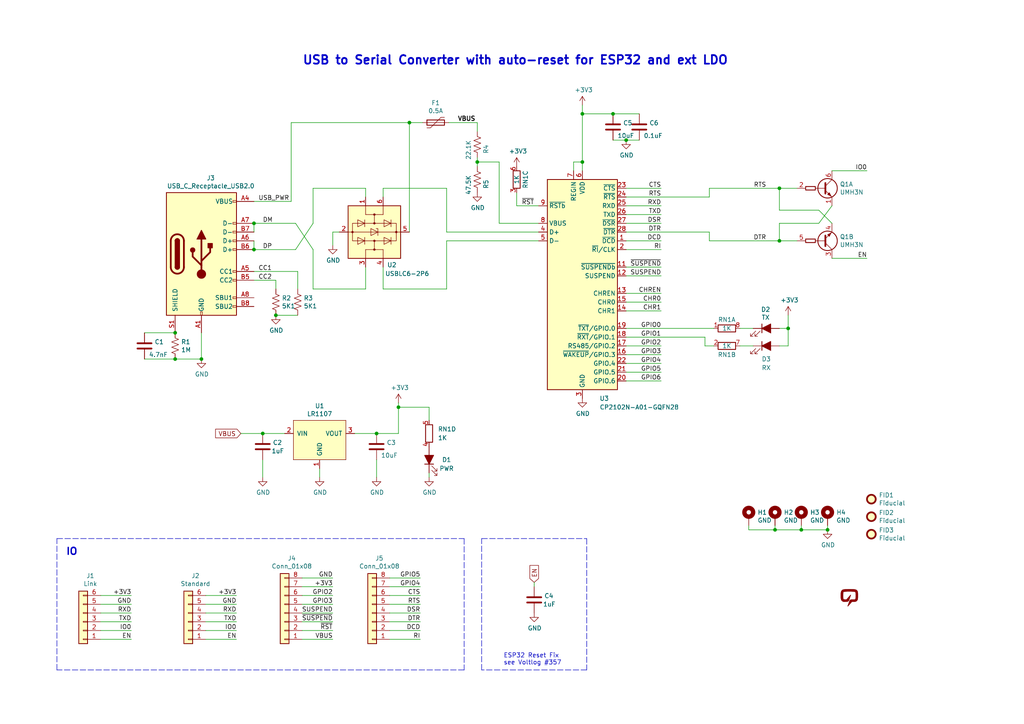
<source format=kicad_sch>
(kicad_sch (version 20211123) (generator eeschema)
  (paper "A4")
  (title_block (title "VoltLink") (date "2022-04-24") (rev "E") (company "VOLTLOG") (comment 1 "USB to Serial Converter with auto-reset for ESP32") (comment 2 "GPL-3.0 License") (comment 3 "As shown in Voltlog #405"))
  (lib_symbols
    (symbol "Connector_Generic:Conn_01x06" (pin_names (offset 1.016) hide)
      (property "Reference" "J" (at 0 7.62 0))
      (property "Value" "Conn_01x06" (at 0 -10.16 0))
      (symbol "Conn_01x06_1_1"
        (rectangle (start -1.27 -7.493) (end 0 -7.747) (stroke (width 0.1524)))
        (rectangle (start -1.27 -4.953) (end 0 -5.207) (stroke (width 0.1524)))
        (rectangle (start -1.27 -2.413) (end 0 -2.667) (stroke (width 0.1524)))
        (rectangle (start -1.27 0.127) (end 0 -0.127) (stroke (width 0.1524)))
        (rectangle (start -1.27 2.667) (end 0 2.413) (stroke (width 0.1524)))
        (rectangle (start -1.27 5.207) (end 0 4.953) (stroke (width 0.1524)))
        (rectangle (start -1.27 6.35) (end 1.27 -8.89) (stroke (width 0.254)) (fill (type background)))
        (pin passive line (at -5.08 5.08 0) (length 3.81) (name "Pin_1") (number "1"))
        (pin passive line (at -5.08 2.54 0) (length 3.81) (name "Pin_2") (number "2"))
        (pin passive line (at -5.08 0 0) (length 3.81) (name "Pin_3") (number "3"))
        (pin passive line (at -5.08 -2.54 0) (length 3.81) (name "Pin_4") (number "4"))
        (pin passive line (at -5.08 -5.08 0) (length 3.81) (name "Pin_5") (number "5"))
        (pin passive line (at -5.08 -7.62 0) (length 3.81) (name "Pin_6") (number "6"))
      )
    )
    (symbol "Connector_Generic:Conn_01x08" (pin_names (offset 1.016) hide)
      (property "Reference" "J" (at 0 10.16 0))
      (property "Value" "Conn_01x08" (at 0 -12.7 0))
      (symbol "Conn_01x08_1_1"
        (rectangle (start -1.27 -10.033) (end 0 -10.287) (stroke (width 0.1524)))
        (rectangle (start -1.27 -7.493) (end 0 -7.747) (stroke (width 0.1524)))
        (rectangle (start -1.27 -4.953) (end 0 -5.207) (stroke (width 0.1524)))
        (rectangle (start -1.27 -2.413) (end 0 -2.667) (stroke (width 0.1524)))
        (rectangle (start -1.27 0.127) (end 0 -0.127) (stroke (width 0.1524)))
        (rectangle (start -1.27 2.667) (end 0 2.413) (stroke (width 0.1524)))
        (rectangle (start -1.27 5.207) (end 0 4.953) (stroke (width 0.1524)))
        (rectangle (start -1.27 7.747) (end 0 7.493) (stroke (width 0.1524)))
        (rectangle (start -1.27 8.89) (end 1.27 -11.43) (stroke (width 0.254)) (fill (type background)))
        (pin passive line (at -5.08 7.62 0) (length 3.81) (name "Pin_1") (number "1"))
        (pin passive line (at -5.08 5.08 0) (length 3.81) (name "Pin_2") (number "2"))
        (pin passive line (at -5.08 2.54 0) (length 3.81) (name "Pin_3") (number "3"))
        (pin passive line (at -5.08 0 0) (length 3.81) (name "Pin_4") (number "4"))
        (pin passive line (at -5.08 -2.54 0) (length 3.81) (name "Pin_5") (number "5"))
        (pin passive line (at -5.08 -5.08 0) (length 3.81) (name "Pin_6") (number "6"))
        (pin passive line (at -5.08 -7.62 0) (length 3.81) (name "Pin_7") (number "7"))
        (pin passive line (at -5.08 -10.16 0) (length 3.81) (name "Pin_8") (number "8"))
      )
    )
    (symbol "Device:C" (pin_numbers hide) (pin_names (offset 0.254))
      (property "Reference" "C" (at 0.635 2.54 0))
      (property "Value" "C" (at 0.635 -2.54 0))
      (symbol "C_0_1"
        (polyline (pts (xy -2.032 -0.762) (xy 2.032 -0.762)) (stroke (width 0.508)))
        (polyline (pts (xy -2.032 0.762) (xy 2.032 0.762)) (stroke (width 0.508)))
      )
      (symbol "C_1_1"
        (pin passive line (at 0 3.81 270) (length 2.794) (name "~") (number "1"))
        (pin passive line (at 0 -3.81 90) (length 2.794) (name "~") (number "2"))
      )
    )
    (symbol "Device:LED_ALT" (pin_numbers hide) (pin_names (offset 1.016) hide)
      (property "Reference" "D" (at 0 2.54 0))
      (property "Value" "Device_LED_ALT" (at 0 -2.54 0))
      (symbol "LED_ALT_0_1"
        (polyline (pts (xy -1.27 -1.27) (xy -1.27 1.27)) (stroke (width 0.254)))
        (polyline (pts (xy -1.27 0) (xy 1.27 0)))
        (polyline (pts (xy 1.27 -1.27) (xy 1.27 1.27) (xy -1.27 0) (xy 1.27 -1.27)) (stroke (width 0.254)) (fill (type outline)))
        (polyline (pts (xy -3.048 -0.762) (xy -4.572 -2.286) (xy -3.81 -2.286) (xy -4.572 -2.286) (xy -4.572 -1.524)))
        (polyline (pts (xy -1.778 -0.762) (xy -3.302 -2.286) (xy -2.54 -2.286) (xy -3.302 -2.286) (xy -3.302 -1.524)))
      )
      (symbol "LED_ALT_1_1"
        (pin passive line (at -3.81 0 0) (length 2.54) (name "K") (number "1"))
        (pin passive line (at 3.81 0 180) (length 2.54) (name "A") (number "2"))
      )
    )
    (symbol "Device:Polyfuse" (pin_numbers hide) (pin_names (offset 0))
      (property "Reference" "F" (at -2.54 0 90))
      (property "Value" "Polyfuse" (at 2.54 0 90))
      (symbol "Polyfuse_0_1"
        (rectangle (start -0.762 2.54) (end 0.762 -2.54) (stroke (width 0.254)))
        (polyline (pts (xy 0 2.54) (xy 0 -2.54)))
        (polyline (pts (xy -1.524 2.54) (xy -1.524 1.524) (xy 1.524 -1.524) (xy 1.524 -2.54)))
      )
      (symbol "Polyfuse_1_1"
        (pin passive line (at 0 3.81 270) (length 1.27) (name "~") (number "1"))
        (pin passive line (at 0 -3.81 90) (length 1.27) (name "~") (number "2"))
      )
    )
    (symbol "Device:R_Pack04_Split" (pin_names (offset 0) hide)
      (property "Reference" "RN" (at 2.032 0 90))
      (property "Value" "R_Pack04_Split" (at 0 0 90))
      (symbol "R_Pack04_Split_0_1"
        (rectangle (start 1.016 2.54) (end -1.016 -2.54) (stroke (width 0.254)))
      )
      (symbol "R_Pack04_Split_1_1"
        (pin passive line (at 0 -3.81 90) (length 1.27) (name "R1.1") (number "1"))
        (pin passive line (at 0 3.81 270) (length 1.27) (name "R1.2") (number "8"))
      )
      (symbol "R_Pack04_Split_2_1"
        (pin passive line (at 0 -3.81 90) (length 1.27) (name "R2.1") (number "2"))
        (pin passive line (at 0 3.81 270) (length 1.27) (name "R2.2") (number "7"))
      )
      (symbol "R_Pack04_Split_3_1"
        (pin passive line (at 0 -3.81 90) (length 1.27) (name "R3.1") (number "3"))
        (pin passive line (at 0 3.81 270) (length 1.27) (name "R3.2") (number "6"))
      )
      (symbol "R_Pack04_Split_4_1"
        (pin passive line (at 0 -3.81 90) (length 1.27) (name "R4.1") (number "4"))
        (pin passive line (at 0 3.81 270) (length 1.27) (name "R4.2") (number "5"))
      )
    )
    (symbol "Device:R_US" (pin_numbers hide) (pin_names (offset 0))
      (property "Reference" "R" (at 2.54 0 90))
      (property "Value" "R_US" (at -2.54 0 90))
      (symbol "R_US_0_1"
        (polyline (pts (xy 0 -2.286) (xy 0 -2.54)))
        (polyline (pts (xy 0 2.286) (xy 0 2.54)))
        (polyline (pts (xy 0 -0.762) (xy 1.016 -1.143) (xy 0 -1.524) (xy -1.016 -1.905) (xy 0 -2.286)))
        (polyline (pts (xy 0 0.762) (xy 1.016 0.381) (xy 0 0) (xy -1.016 -0.381) (xy 0 -0.762)))
        (polyline (pts (xy 0 2.286) (xy 1.016 1.905) (xy 0 1.524) (xy -1.016 1.143) (xy 0 0.762)))
      )
      (symbol "R_US_1_1"
        (pin passive line (at 0 3.81 270) (length 1.27) (name "~") (number "1"))
        (pin passive line (at 0 -3.81 90) (length 1.27) (name "~") (number "2"))
      )
    )
    (symbol "Interface_USB:CP2102N-A01-GQFN28"
      (property "Reference" "U" (at -7.62 31.75 0))
      (property "Value" "Interface_USB_CP2102N-A01-GQFN28" (at 26.67 31.75 0))
      (symbol "CP2102N-A01-GQFN28_0_1"
        (rectangle (start -10.16 30.48) (end 10.16 -30.48) (stroke (width 0.254)) (fill (type background)))
      )
      (symbol "CP2102N-A01-GQFN28_1_1"
        (pin input line (at 12.7 12.7 180) (length 2.54) (name "~{DCD}") (number "1"))
        (pin no_connect line (at -10.16 -10.16 0) (length 2.54) hide (name "NC") (number "10"))
        (pin output line (at 12.7 5.08 180) (length 2.54) (name "~{SUSPENDb}") (number "11"))
        (pin output line (at 12.7 2.54 180) (length 2.54) (name "SUSPEND") (number "12"))
        (pin output line (at 12.7 -2.54 180) (length 2.54) (name "CHREN") (number "13"))
        (pin output line (at 12.7 -7.62 180) (length 2.54) (name "CHR1") (number "14"))
        (pin output line (at 12.7 -5.08 180) (length 2.54) (name "CHR0") (number "15"))
        (pin bidirectional line (at 12.7 -20.32 180) (length 2.54) (name "~{WAKEUP}/GPIO.3") (number "16"))
        (pin bidirectional line (at 12.7 -17.78 180) (length 2.54) (name "RS485/GPIO.2") (number "17"))
        (pin bidirectional line (at 12.7 -15.24 180) (length 2.54) (name "~{RXT}/GPIO.1") (number "18"))
        (pin bidirectional line (at 12.7 -12.7 180) (length 2.54) (name "~{TXT}/GPIO.0") (number "19"))
        (pin bidirectional line (at 12.7 10.16 180) (length 2.54) (name "~{RI}/CLK") (number "2"))
        (pin bidirectional line (at 12.7 -27.94 180) (length 2.54) (name "GPIO.6") (number "20"))
        (pin bidirectional line (at 12.7 -25.4 180) (length 2.54) (name "GPIO.5") (number "21"))
        (pin bidirectional line (at 12.7 -22.86 180) (length 2.54) (name "GPIO.4") (number "22"))
        (pin input line (at 12.7 27.94 180) (length 2.54) (name "~{CTS}") (number "23"))
        (pin output line (at 12.7 25.4 180) (length 2.54) (name "~{RTS}") (number "24"))
        (pin input line (at 12.7 22.86 180) (length 2.54) (name "RXD") (number "25"))
        (pin output line (at 12.7 20.32 180) (length 2.54) (name "TXD") (number "26"))
        (pin input line (at 12.7 17.78 180) (length 2.54) (name "~{DSR}") (number "27"))
        (pin output line (at 12.7 15.24 180) (length 2.54) (name "~{DTR}") (number "28"))
        (pin passive line (at 0 -33.02 90) (length 2.54) hide (name "GND") (number "29"))
        (pin power_in line (at 0 -33.02 90) (length 2.54) (name "GND") (number "3"))
        (pin bidirectional line (at -12.7 15.24 0) (length 2.54) (name "D+") (number "4"))
        (pin bidirectional line (at -12.7 12.7 0) (length 2.54) (name "D-") (number "5"))
        (pin passive line (at 0 33.02 270) (length 2.54) (name "VDD") (number "6"))
        (pin power_in line (at -2.54 33.02 270) (length 2.54) (name "REGIN") (number "7"))
        (pin input line (at -12.7 17.78 0) (length 2.54) (name "VBUS") (number "8"))
        (pin input line (at -12.7 22.86 0) (length 2.54) (name "~{RSTb}") (number "9"))
      )
    )
    (symbol "Mechanical:Fiducial"
      (property "Reference" "FID" (at 0 5.08 0))
      (property "Value" "Fiducial" (at 0 3.175 0))
      (symbol "Fiducial_0_1"
        (circle (center 0 0) (radius 1.27) (stroke (width 0.508)) (fill (type background)))
      )
    )
    (symbol "Mechanical:MountingHole_Pad" (pin_numbers hide) (pin_names (offset 1.016) hide)
      (property "Reference" "H" (at 0 6.35 0))
      (property "Value" "MountingHole_Pad" (at 0 4.445 0))
      (symbol "MountingHole_Pad_0_1"
        (circle (center 0 1.27) (radius 1.27) (stroke (width 1.27)))
      )
      (symbol "MountingHole_Pad_1_1"
        (pin input line (at 0 -2.54 90) (length 2.54) (name "1") (number "1"))
      )
    )
    (symbol "Power_Protection:USBLC6-2P6" (pin_names hide)
      (property "Reference" "U" (at 2.54 8.89 0))
      (property "Value" "USBLC6-2P6" (at 2.54 -8.89 0))
      (symbol "USBLC6-2P6_0_1"
        (rectangle (start -7.62 -7.62) (end 7.62 7.62) (stroke (width 0.254)) (fill (type background)))
        (circle (center -5.08 0) (radius 0.254) (fill (type outline)))
        (circle (center -2.54 0) (radius 0.254) (fill (type outline)))
        (rectangle (start -2.54 6.35) (end 2.54 -6.35))
        (circle (center 0 -6.35) (radius 0.254) (fill (type outline)))
        (polyline (pts (xy -5.08 -2.54) (xy -7.62 -2.54)))
        (polyline (pts (xy -5.08 0) (xy -5.08 -2.54)))
        (polyline (pts (xy -5.08 2.54) (xy -7.62 2.54)))
        (polyline (pts (xy -1.524 -2.794) (xy -3.556 -2.794)))
        (polyline (pts (xy -1.524 4.826) (xy -3.556 4.826)))
        (polyline (pts (xy 0 -7.62) (xy 0 -6.35)))
        (polyline (pts (xy 0 -6.35) (xy 0 1.27)))
        (polyline (pts (xy 0 1.27) (xy 0 6.35)))
        (polyline (pts (xy 0 6.35) (xy 0 7.62)))
        (polyline (pts (xy 1.524 -2.794) (xy 3.556 -2.794)))
        (polyline (pts (xy 1.524 4.826) (xy 3.556 4.826)))
        (polyline (pts (xy 5.08 -2.54) (xy 7.62 -2.54)))
        (polyline (pts (xy 5.08 0) (xy 5.08 -2.54)))
        (polyline (pts (xy 5.08 2.54) (xy 7.62 2.54)))
        (polyline (pts (xy -2.54 0) (xy -5.08 0) (xy -5.08 2.54)))
        (polyline (pts (xy 2.54 0) (xy 5.08 0) (xy 5.08 2.54)))
        (polyline (pts (xy -3.556 -4.826) (xy -1.524 -4.826) (xy -2.54 -2.794) (xy -3.556 -4.826)))
        (polyline (pts (xy -3.556 2.794) (xy -1.524 2.794) (xy -2.54 4.826) (xy -3.556 2.794)))
        (polyline (pts (xy -1.016 -1.016) (xy 1.016 -1.016) (xy 0 1.016) (xy -1.016 -1.016)))
        (polyline (pts (xy 1.016 1.016) (xy 0.762 1.016) (xy -1.016 1.016) (xy -1.016 0.508)))
        (polyline (pts (xy 3.556 -4.826) (xy 1.524 -4.826) (xy 2.54 -2.794) (xy 3.556 -4.826)))
        (polyline (pts (xy 3.556 2.794) (xy 1.524 2.794) (xy 2.54 4.826) (xy 3.556 2.794)))
        (circle (center 0 6.35) (radius 0.254) (fill (type outline)))
        (circle (center 2.54 0) (radius 0.254) (fill (type outline)))
        (circle (center 5.08 0) (radius 0.254) (fill (type outline)))
      )
      (symbol "USBLC6-2P6_1_1"
        (pin passive line (at -10.16 -2.54 0) (length 2.54) (name "I/O1") (number "1"))
        (pin passive line (at 0 -10.16 90) (length 2.54) (name "GND") (number "2"))
        (pin passive line (at 10.16 -2.54 180) (length 2.54) (name "I/O2") (number "3"))
        (pin passive line (at 10.16 2.54 180) (length 2.54) (name "I/O2") (number "4"))
        (pin passive line (at 0 10.16 270) (length 2.54) (name "VBUS") (number "5"))
        (pin passive line (at -10.16 2.54 0) (length 2.54) (name "I/O1") (number "6"))
      )
    )
    (symbol "Transistor_BJT:UMH3N" (pin_names hide)
      (property "Reference" "Q" (at 7.62 1.27 0))
      (property "Value" "UMH3N" (at 7.62 -1.27 0))
      (symbol "UMH3N_0_1"
        (polyline (pts (xy 3.175 0) (xy 0.254 0)))
        (polyline (pts (xy 3.175 0.635) (xy 5.08 2.54)))
        (polyline (pts (xy 3.175 1.524) (xy 3.175 -1.524)) (stroke (width 0.508)))
        (polyline (pts (xy 3.175 -0.635) (xy 5.08 -2.54) (xy 5.08 -2.54)))
        (polyline (pts (xy 3.81 -1.778) (xy 4.318 -1.27) (xy 4.826 -2.286) (xy 3.81 -1.778) (xy 3.81 -1.778)) (fill (type outline)))
        (rectangle (start 0.254 0.508) (end -2.54 -0.508) (stroke (width 0.254)))
        (circle (center 3.81 0) (radius 2.8194) (stroke (width 0.254)))
      )
      (symbol "UMH3N_1_1"
        (pin passive line (at 5.08 -5.08 90) (length 2.54) (name "E1") (number "1"))
        (pin input line (at -5.08 0 0) (length 2.54) (name "B1") (number "2"))
        (pin passive line (at 5.08 5.08 270) (length 2.54) (name "C1") (number "6"))
      )
      (symbol "UMH3N_2_1"
        (pin passive line (at 5.08 5.08 270) (length 2.54) (name "C2") (number "3"))
        (pin passive line (at 5.08 -5.08 90) (length 2.54) (name "E2") (number "4"))
        (pin input line (at -5.08 0 0) (length 2.54) (name "B2") (number "5"))
      )
    )
    (symbol "power:+3V3" (power) (pin_names (offset 0))
      (property "Value" "+3V3" (at 0 3.556 0))
      (symbol "+3V3_0_1"
        (polyline (pts (xy -0.762 1.27) (xy 0 2.54)))
        (polyline (pts (xy 0 0) (xy 0 2.54)))
        (polyline (pts (xy 0 2.54) (xy 0.762 1.27)))
      )
      (symbol "+3V3_1_1"
        (pin power_in line (at 0 0 90) (length 0) hide (name "+3V3") (number "1"))
      )
    )
    (symbol "power:GND" (power) (pin_names (offset 0))
      (property "Value" "GND" (at 0 -3.81 0))
      (symbol "GND_0_1"
        (polyline (pts (xy 0 0) (xy 0 -1.27) (xy 1.27 -1.27) (xy 0 -2.54) (xy -1.27 -1.27) (xy 0 -1.27)))
      )
      (symbol "GND_1_1"
        (pin power_in line (at 0 0 270) (length 0) hide (name "GND") (number "1"))
      )
    )
    (symbol "voltlog:LR1107" (pin_names (offset 1.016))
      (property "Reference" "U" (at -6.35 6.35 0))
      (property "Value" "LR1107" (at 3.81 6.35 0))
      (symbol "LR1107_0_1"
        (rectangle (start -7.62 5.08) (end 7.62 -6.35) (fill (type background)))
      )
      (symbol "LR1107_1_1"
        (pin passive line (at 0 -8.89 90) (length 2.54) (name "GND") (number "1"))
        (pin power_in line (at -10.16 1.27 0) (length 2.54) (name "VIN") (number "2"))
        (pin power_out line (at 10.16 1.27 180) (length 2.54) (name "VOUT") (number "3"))
      )
    )
    (symbol "voltlog:USB_C_Receptacle_USB2.0" (pin_names (offset 1.016))
      (property "Reference" "J" (at -10.16 19.05 0))
      (property "Value" "USB_C_Receptacle_USB2.0" (at 19.05 19.05 0))
      (symbol "USB_C_Receptacle_USB2.0_0_0"
        (rectangle (start -0.254 -17.78) (end 0.254 -16.764))
        (rectangle (start 10.16 -14.986) (end 9.144 -15.494))
        (rectangle (start 10.16 -12.446) (end 9.144 -12.954))
        (rectangle (start 10.16 -7.366) (end 9.144 -7.874))
        (rectangle (start 10.16 -4.826) (end 9.144 -5.334))
        (rectangle (start 10.16 1.524) (end 9.144 1.016))
        (rectangle (start 10.16 4.064) (end 9.144 3.556))
        (rectangle (start 10.16 6.604) (end 9.144 6.096))
        (rectangle (start 10.16 9.144) (end 9.144 8.636))
        (rectangle (start 10.16 15.494) (end 9.144 14.986))
      )
      (symbol "USB_C_Receptacle_USB2.0_0_1"
        (rectangle (start -10.16 17.78) (end 10.16 -17.78) (stroke (width 0.254)) (fill (type background)))
        (arc (start -8.89 -3.81) (mid -6.985 -5.715) (end -5.08 -3.81) (stroke (width 0.508)))
        (arc (start -7.62 -3.81) (mid -6.985 -4.445) (end -6.35 -3.81) (stroke (width 0.254)))
        (arc (start -7.62 -3.81) (mid -6.985 -4.445) (end -6.35 -3.81) (stroke (width 0.254)) (fill (type outline)))
        (rectangle (start -7.62 -3.81) (end -6.35 3.81) (stroke (width 0.254)) (fill (type outline)))
        (arc (start -6.35 3.81) (mid -6.985 4.445) (end -7.62 3.81) (stroke (width 0.254)))
        (arc (start -6.35 3.81) (mid -6.985 4.445) (end -7.62 3.81) (stroke (width 0.254)) (fill (type outline)))
        (arc (start -5.08 3.81) (mid -6.985 5.715) (end -8.89 3.81) (stroke (width 0.508)))
        (circle (center -2.54 1.143) (radius 0.635) (stroke (width 0.254)) (fill (type outline)))
        (circle (center 0 -5.842) (radius 1.27) (fill (type outline)))
        (polyline (pts (xy -8.89 -3.81) (xy -8.89 3.81)) (stroke (width 0.508)))
        (polyline (pts (xy -5.08 3.81) (xy -5.08 -3.81)) (stroke (width 0.508)))
        (polyline (pts (xy 0 -5.842) (xy 0 4.318)) (stroke (width 0.508)))
        (polyline (pts (xy 0 -3.302) (xy -2.54 -0.762) (xy -2.54 0.508)) (stroke (width 0.508)))
        (polyline (pts (xy 0 -2.032) (xy 2.54 0.508) (xy 2.54 1.778)) (stroke (width 0.508)))
        (polyline (pts (xy -1.27 4.318) (xy 0 6.858) (xy 1.27 4.318) (xy -1.27 4.318)) (stroke (width 0.254)) (fill (type outline)))
        (rectangle (start 1.905 1.778) (end 3.175 3.048) (stroke (width 0.254)) (fill (type outline)))
      )
      (symbol "USB_C_Receptacle_USB2.0_1_1"
        (pin power_in line (at 0 -22.86 90) (length 5.08) (name "GND") (number "A1"))
        (pin passive line (at 0 -22.86 90) (length 5.08) hide (name "GND") (number "A12"))
        (pin power_in line (at 15.24 15.24 180) (length 5.08) (name "VBUS") (number "A4"))
        (pin bidirectional line (at 15.24 -5.08 180) (length 5.08) (name "CC1") (number "A5"))
        (pin bidirectional line (at 15.24 3.81 180) (length 5.08) (name "D+") (number "A6"))
        (pin bidirectional line (at 15.24 8.89 180) (length 5.08) (name "D-") (number "A7"))
        (pin bidirectional line (at 15.24 -12.7 180) (length 5.08) (name "SBU1") (number "A8"))
        (pin passive line (at 15.24 15.24 180) (length 5.08) hide (name "VBUS") (number "A9"))
        (pin passive line (at 0 -22.86 90) (length 5.08) hide (name "GND") (number "B1"))
        (pin passive line (at 0 -22.86 90) (length 5.08) hide (name "GND") (number "B12"))
        (pin passive line (at 15.24 15.24 180) (length 5.08) hide (name "VBUS") (number "B4"))
        (pin bidirectional line (at 15.24 -7.62 180) (length 5.08) (name "CC2") (number "B5"))
        (pin bidirectional line (at 15.24 1.27 180) (length 5.08) (name "D+") (number "B6"))
        (pin bidirectional line (at 15.24 6.35 180) (length 5.08) (name "D-") (number "B7"))
        (pin bidirectional line (at 15.24 -15.24 180) (length 5.08) (name "SBU2") (number "B8"))
        (pin passive line (at 15.24 15.24 180) (length 5.08) hide (name "VBUS") (number "B9"))
        (pin passive line (at -7.62 -22.86 90) (length 5.08) (name "SHIELD") (number "S1"))
      )
    )
    (symbol "voltlog:VOLTLOG_LOGO" (pin_numbers hide) (pin_names (offset 0) hide)
      (symbol "VOLTLOG_LOGO_0_0"
        (polyline (pts (xy -0.4064 -3.0988) (xy -0.4064 -3.0734) (xy -0.2286 -2.8956) (xy -0.1778 -2.8194) (xy -0.0254 -2.667) (xy 0.0508 -2.5654) (xy 0.2032 -2.413) (xy 0.2794 -2.3114) (xy 0.4318 -2.159) (xy 0.5334 -2.0066) (xy 0.7366 -1.8034) (xy 1.524 -1.8034) (xy 1.6002 -1.778) (xy 1.7018 -1.778) (xy 1.8288 -1.7526) (xy 1.9558 -1.7018) (xy 2.0574 -1.6256) (xy 2.2352 -1.4478) (xy 2.286 -1.3462) (xy 2.3622 -1.2192) (xy 2.3876 -1.0922) (xy 2.413 -1.0414) (xy 2.413 -0.9398) (xy 2.4384 -0.8382) (xy 2.4384 -0.7366) (xy 2.4638 -0.6096) (xy 2.4638 0.6096) (xy 2.4384 0.6858) (xy 2.4384 0.762) (xy 2.413 0.8382) (xy 2.413 0.9398) (xy 2.3622 1.143) (xy 2.3114 1.2954) (xy 2.2606 1.3716) (xy 2.2098 1.4224) (xy 2.159 1.4986) (xy 2.1082 1.524) (xy 2.0574 1.5748) (xy 1.9812 1.6256) (xy 1.8796 1.6764) (xy 1.7272 1.7272) (xy 1.6256 1.7526) (xy 1.524 1.7526) (xy 1.397 1.778) (xy 1.27 1.778) (xy 1.1176 1.8034) (xy 0.6096 1.8034) (xy 0.4318 1.8288) (xy -0.4826 1.8288) (xy -0.6604 1.8034) (xy -1.143 1.8034) (xy -1.2954 1.778) (xy -1.4224 1.778) (xy -1.5494 1.7526) (xy -1.651 1.7526) (xy -1.7272 1.7272) (xy -1.8034 1.7272) (xy -1.9304 1.6764) (xy -2.032 1.6256) (xy -2.1336 1.5494) (xy -2.2352 1.4478) (xy -2.2606 1.397) (xy -2.3622 1.2954) (xy -2.413 1.143) (xy -2.4638 0.9398) (xy -2.4638 0.8382) (xy -2.4892 0.7112) (xy -2.5146 0.5588) (xy -2.5146 -0.635) (xy -2.4638 -0.889) (xy -2.4638 -0.9906) (xy -2.4384 -1.0922) (xy -2.3876 -1.2446) (xy -2.286 -1.4478) (xy -2.1844 -1.5494) (xy -1.9812 -1.7018) (xy -1.8542 -1.7526) (xy -1.7526 -1.8034) (xy -1.1938 -1.8034) (xy -1.1176 -1.778) (xy -0.5588 -1.778) (xy -0.4064 -1.7018) (xy -0.3302 -1.651) (xy -0.1778 -1.4986) (xy -0.1778 -1.4732) (xy -0.127 -1.3716) (xy -0.0508 -1.143) (xy -0.0254 -1.0922) (xy 0 -1.016) (xy 0.0254 -0.9144) (xy 0.0762 -0.8128) (xy 0.1016 -0.7112) (xy 0.1524 -0.5842) (xy 0.1778 -0.4826) (xy 0.2286 -0.3556) (xy 0.2286 -0.3302) (xy 0.254 -0.254) (xy 0.3048 -0.1524) (xy 0.3556 0) (xy 0.3556 0.0508) (xy 0.381 0.1016) (xy 0.381 0.127) (xy 0.4064 0.127) (xy 0.3556 0.1778) (xy 0.3302 0.1778) (xy 0.3302 0.1524) (xy 0.3048 0.1524) (xy 0.1778 0.0254) (xy 0.1524 -0.0254) (xy 0.0508 -0.127) (xy 0 -0.2032) (xy -0.1524 -0.3556) (xy -0.2286 -0.4572) (xy -0.4064 -0.635) (xy -0.4826 -0.7366) (xy -0.5334 -0.8128) (xy -0.6096 -0.8636) (xy -0.6604 -0.9398) (xy -0.8128 -1.0922) (xy -0.8636 -1.1684) (xy -1.4224 -1.1684) (xy -1.4986 -1.143) (xy -1.6256 -1.143) (xy -1.651 -1.1176) (xy -1.7272 -1.0922) (xy -1.778 -0.9906) (xy -1.8034 -0.9652) (xy -1.8034 -0.889) (xy -1.8288 -0.7874) (xy -1.8288 -0.6858) (xy -1.8542 -0.5588) (xy -1.8542 0.4572) (xy -1.8288 0.5842) (xy -1.8288 0.7112) (xy -1.8034 0.8128) (xy -1.8034 0.8636) (xy -1.778 0.9144) (xy -1.778 0.9652) (xy -1.7526 1.016) (xy -1.7272 1.0414) (xy -1.6256 1.0922) (xy -1.5748 1.0922) (xy -1.4986 1.1176) (xy -1.2954 1.1176) (xy -1.1684 1.143) (xy -0.8636 1.143) (xy -0.6858 1.1684) (xy 0.5588 1.1684) (xy 0.7366 1.143) (xy 1.1684 1.143) (xy 1.2954 1.1176) (xy 1.397 1.1176) (xy 1.4986 1.0922) (xy 1.5748 1.0922) (xy 1.6764 1.0414) (xy 1.7018 1.016) (xy 1.7272 0.9652) (xy 1.7526 0.889) (xy 1.7526 0.8128) (xy 1.778 0.7874) (xy 1.778 0.6858) (xy 1.8034 0.5588) (xy 1.8034 0.2794) (xy 1.8288 0.127) (xy 1.8288 -0.1778) (xy 1.8034 -0.3302) (xy 1.8034 -0.5842) (xy 1.778 -0.7112) (xy 1.778 -0.8128) (xy 1.7526 -0.9144) (xy 1.7526 -0.9906) (xy 1.7272 -1.016) (xy 1.7018 -1.0668) (xy 1.651 -1.1176) (xy 1.6002 -1.143) (xy 1.5748 -1.143) (xy 1.524 -1.1684) (xy 0.5334 -1.1684) (xy 0.4826 -1.1938) (xy 0.381 -1.1938) (xy 0.3556 -1.2192) (xy 0.3302 -1.2192) (xy 0.2794 -1.2446) (xy 0.2286 -1.2954) (xy 0.1524 -1.3462) (xy 0.0508 -1.4986) (xy 0.0254 -1.524) (xy 0 -1.5748) (xy 0 -1.6256) (xy -0.0254 -1.6764) (xy -0.0508 -1.7526) (xy -0.0762 -1.778) (xy -0.0762 -1.8288) (xy -0.127 -1.9812) (xy -0.1778 -2.0828) (xy -0.2032 -2.1844) (xy -0.254 -2.286) (xy -0.2794 -2.413) (xy -0.3302 -2.5146) (xy -0.3556 -2.6162) (xy -0.381 -2.6924) (xy -0.4318 -2.794) (xy -0.4826 -2.9464) (xy -0.4826 -2.9972) (xy -0.508 -3.048) (xy -0.508 -3.1242) (xy -0.4318 -3.1242) (xy -0.4064 -3.0988)) (stroke (width 0.0254)) (fill (type outline)))
      )
    )
  )
  (junction (at 73.66 64.77))
  (junction (at 177.8 33.02))
  (junction (at 228.6 95.25))
  (junction (at 76.2 125.73))
  (junction (at 138.43 46.99))
  (junction (at 240.03 153.67))
  (junction (at 73.66 72.39))
  (junction (at 181.61 40.64))
  (junction (at 50.8 96.52))
  (junction (at 226.06 69.85))
  (junction (at 109.22 125.73))
  (junction (at 115.57 118.11))
  (junction (at 226.06 54.61))
  (junction (at 50.8 104.14))
  (junction (at 224.79 153.67))
  (junction (at 168.91 46.99))
  (junction (at 168.91 33.02))
  (junction (at 58.42 104.14))
  (junction (at 232.41 153.67))
  (junction (at 80.01 91.44))
  (junction (at 118.745 35.56))
  (wire (pts (xy 149.86 59.69) (xy 156.21 59.69)))
  (wire (pts (xy 181.61 97.79) (xy 204.47 97.79)))
  (polyline (pts (xy 134.62 156.21) (xy 134.62 194.31)))
  (wire (pts (xy 181.61 95.25) (xy 207.01 95.25)))
  (wire (pts (xy 191.77 62.23) (xy 181.61 62.23)))
  (wire (pts (xy 124.46 118.11) (xy 115.57 118.11)))
  (wire (pts (xy 121.92 175.26) (xy 113.03 175.26)))
  (wire (pts (xy 226.06 60.96) (xy 237.49 60.96)))
  (wire (pts (xy 237.49 60.96) (xy 241.3 64.77)))
  (wire (pts (xy 121.92 172.72) (xy 113.03 172.72)))
  (wire (pts (xy 73.66 78.74) (xy 86.36 78.74)))
  (wire (pts (xy 106.045 54.61) (xy 106.045 57.15)))
  (wire (pts (xy 73.66 69.85) (xy 73.66 72.39)))
  (wire (pts (xy 118.745 35.56) (xy 84.455 35.56)))
  (wire (pts (xy 185.42 40.64) (xy 181.61 40.64)))
  (wire (pts (xy 232.41 153.67) (xy 240.03 153.67)))
  (wire (pts (xy 149.86 59.69) (xy 149.86 55.88)))
  (wire (pts (xy 217.17 153.67) (xy 224.79 153.67)))
  (wire (pts (xy 191.77 72.39) (xy 181.61 72.39)))
  (wire (pts (xy 214.63 100.33) (xy 218.44 100.33)))
  (wire (pts (xy 109.22 125.73) (xy 115.57 125.73)))
  (wire (pts (xy 129.54 69.85) (xy 129.54 83.82)))
  (wire (pts (xy 217.17 152.4) (xy 217.17 153.67)))
  (wire (pts (xy 226.06 64.77) (xy 237.49 64.77)))
  (wire (pts (xy 98.425 67.31) (xy 96.52 67.31)))
  (wire (pts (xy 121.92 177.8) (xy 113.03 177.8)))
  (wire (pts (xy 69.85 125.73) (xy 76.2 125.73)))
  (polyline (pts (xy 16.51 194.31) (xy 16.51 156.21)))
  (polyline (pts (xy 170.18 194.31) (xy 139.7 194.31)))
  (wire (pts (xy 90.805 72.39) (xy 90.805 83.82)))
  (wire (pts (xy 129.54 69.85) (xy 156.21 69.85)))
  (wire (pts (xy 181.61 102.87) (xy 191.77 102.87)))
  (wire (pts (xy 80.01 81.28) (xy 73.66 81.28)))
  (wire (pts (xy 73.66 72.39) (xy 85.725 72.39)))
  (wire (pts (xy 129.54 54.61) (xy 129.54 67.31)))
  (wire (pts (xy 85.725 64.77) (xy 90.805 72.39)))
  (wire (pts (xy 228.6 100.33) (xy 226.06 100.33)))
  (wire (pts (xy 85.725 72.39) (xy 90.805 64.77)))
  (wire (pts (xy 181.61 100.33) (xy 191.77 100.33)))
  (wire (pts (xy 80.01 83.82) (xy 80.01 81.28)))
  (wire (pts (xy 168.91 33.02) (xy 168.91 30.48)))
  (wire (pts (xy 86.36 91.44) (xy 80.01 91.44)))
  (wire (pts (xy 124.46 137.16) (xy 124.46 138.43)))
  (wire (pts (xy 240.03 153.67) (xy 240.03 152.4)))
  (wire (pts (xy 226.06 69.85) (xy 226.06 64.77)))
  (wire (pts (xy 224.79 152.4) (xy 224.79 153.67)))
  (wire (pts (xy 191.77 64.77) (xy 181.61 64.77)))
  (wire (pts (xy 232.41 152.4) (xy 232.41 153.67)))
  (wire (pts (xy 241.3 74.93) (xy 251.46 74.93)))
  (wire (pts (xy 226.06 54.61) (xy 231.14 54.61)))
  (wire (pts (xy 191.77 69.85) (xy 181.61 69.85)))
  (wire (pts (xy 96.52 185.42) (xy 87.63 185.42)))
  (wire (pts (xy 68.58 180.34) (xy 59.69 180.34)))
  (wire (pts (xy 129.54 83.82) (xy 111.125 83.82)))
  (wire (pts (xy 181.61 110.49) (xy 191.77 110.49)))
  (wire (pts (xy 111.125 83.82) (xy 111.125 77.47)))
  (wire (pts (xy 191.77 90.17) (xy 181.61 90.17)))
  (wire (pts (xy 166.37 49.53) (xy 166.37 46.99)))
  (wire (pts (xy 73.66 64.77) (xy 73.66 67.31)))
  (wire (pts (xy 237.49 64.77) (xy 241.3 59.69)))
  (wire (pts (xy 96.52 172.72) (xy 87.63 172.72)))
  (wire (pts (xy 73.66 58.42) (xy 84.455 58.42)))
  (wire (pts (xy 228.6 95.25) (xy 228.6 100.33)))
  (wire (pts (xy 181.61 105.41) (xy 191.77 105.41)))
  (wire (pts (xy 68.58 175.26) (xy 59.69 175.26)))
  (wire (pts (xy 205.74 67.31) (xy 205.74 69.85)))
  (wire (pts (xy 111.125 54.61) (xy 129.54 54.61)))
  (wire (pts (xy 84.455 35.56) (xy 84.455 58.42)))
  (wire (pts (xy 90.805 54.61) (xy 106.045 54.61)))
  (wire (pts (xy 68.58 177.8) (xy 59.69 177.8)))
  (wire (pts (xy 121.92 167.64) (xy 113.03 167.64)))
  (wire (pts (xy 205.74 54.61) (xy 226.06 54.61)))
  (wire (pts (xy 191.77 80.01) (xy 181.61 80.01)))
  (wire (pts (xy 76.2 125.73) (xy 82.55 125.73)))
  (wire (pts (xy 191.77 54.61) (xy 181.61 54.61)))
  (polyline (pts (xy 139.7 194.31) (xy 139.7 156.21)))
  (wire (pts (xy 90.805 64.77) (xy 90.805 54.61)))
  (wire (pts (xy 38.1 185.42) (xy 29.21 185.42)))
  (wire (pts (xy 106.045 83.82) (xy 106.045 77.47)))
  (wire (pts (xy 96.52 67.31) (xy 96.52 71.12)))
  (wire (pts (xy 121.92 180.34) (xy 113.03 180.34)))
  (wire (pts (xy 226.06 95.25) (xy 228.6 95.25)))
  (wire (pts (xy 124.46 121.92) (xy 124.46 118.11)))
  (wire (pts (xy 130.175 35.56) (xy 138.43 35.56)))
  (wire (pts (xy 228.6 95.25) (xy 228.6 91.44)))
  (wire (pts (xy 138.43 46.99) (xy 144.78 46.99)))
  (wire (pts (xy 50.8 104.14) (xy 58.42 104.14)))
  (wire (pts (xy 214.63 95.25) (xy 218.44 95.25)))
  (wire (pts (xy 205.74 57.15) (xy 205.74 54.61)))
  (wire (pts (xy 115.57 118.11) (xy 115.57 116.84)))
  (wire (pts (xy 96.52 167.64) (xy 87.63 167.64)))
  (wire (pts (xy 166.37 46.99) (xy 168.91 46.99)))
  (wire (pts (xy 144.78 46.99) (xy 144.78 64.77)))
  (wire (pts (xy 96.52 182.88) (xy 87.63 182.88)))
  (wire (pts (xy 86.36 78.74) (xy 86.36 83.82)))
  (wire (pts (xy 154.94 168.91) (xy 154.94 170.18)))
  (wire (pts (xy 191.77 77.47) (xy 181.61 77.47)))
  (wire (pts (xy 191.77 59.69) (xy 181.61 59.69)))
  (wire (pts (xy 168.91 33.02) (xy 177.8 33.02)))
  (wire (pts (xy 38.1 172.72) (xy 29.21 172.72)))
  (wire (pts (xy 181.61 67.31) (xy 205.74 67.31)))
  (wire (pts (xy 96.52 170.18) (xy 87.63 170.18)))
  (wire (pts (xy 191.77 85.09) (xy 181.61 85.09)))
  (wire (pts (xy 92.71 138.43) (xy 92.71 135.89)))
  (wire (pts (xy 41.91 104.14) (xy 50.8 104.14)))
  (polyline (pts (xy 170.18 156.21) (xy 170.18 194.31)))
  (wire (pts (xy 73.66 64.77) (xy 85.725 64.77)))
  (wire (pts (xy 204.47 100.33) (xy 207.01 100.33)))
  (wire (pts (xy 205.74 69.85) (xy 226.06 69.85)))
  (wire (pts (xy 181.61 107.95) (xy 191.77 107.95)))
  (wire (pts (xy 38.1 180.34) (xy 29.21 180.34)))
  (wire (pts (xy 38.1 182.88) (xy 29.21 182.88)))
  (wire (pts (xy 41.91 96.52) (xy 50.8 96.52)))
  (wire (pts (xy 109.22 138.43) (xy 109.22 133.35)))
  (polyline (pts (xy 16.51 156.21) (xy 134.62 156.21)))
  (wire (pts (xy 226.06 69.85) (xy 231.14 69.85)))
  (wire (pts (xy 115.57 125.73) (xy 115.57 118.11)))
  (wire (pts (xy 204.47 97.79) (xy 204.47 100.33)))
  (wire (pts (xy 111.125 57.15) (xy 111.125 54.61)))
  (wire (pts (xy 241.3 49.53) (xy 251.46 49.53)))
  (wire (pts (xy 129.54 67.31) (xy 156.21 67.31)))
  (wire (pts (xy 76.2 138.43) (xy 76.2 133.35)))
  (wire (pts (xy 168.91 46.99) (xy 168.91 49.53)))
  (wire (pts (xy 138.43 38.1) (xy 138.43 35.56)))
  (wire (pts (xy 118.745 35.56) (xy 118.745 67.31)))
  (wire (pts (xy 177.8 33.02) (xy 185.42 33.02)))
  (wire (pts (xy 68.58 185.42) (xy 59.69 185.42)))
  (wire (pts (xy 191.77 87.63) (xy 181.61 87.63)))
  (polyline (pts (xy 134.62 194.31) (xy 16.51 194.31)))
  (wire (pts (xy 181.61 57.15) (xy 205.74 57.15)))
  (wire (pts (xy 58.42 96.52) (xy 58.42 104.14)))
  (polyline (pts (xy 139.7 156.21) (xy 170.18 156.21)))
  (wire (pts (xy 224.79 153.67) (xy 232.41 153.67)))
  (wire (pts (xy 96.52 175.26) (xy 87.63 175.26)))
  (wire (pts (xy 121.92 170.18) (xy 113.03 170.18)))
  (wire (pts (xy 122.555 35.56) (xy 118.745 35.56)))
  (wire (pts (xy 68.58 182.88) (xy 59.69 182.88)))
  (wire (pts (xy 138.43 46.99) (xy 138.43 48.26)))
  (wire (pts (xy 96.52 177.8) (xy 87.63 177.8)))
  (wire (pts (xy 68.58 172.72) (xy 59.69 172.72)))
  (wire (pts (xy 177.8 40.64) (xy 181.61 40.64)))
  (wire (pts (xy 38.1 175.26) (xy 29.21 175.26)))
  (wire (pts (xy 121.92 182.88) (xy 113.03 182.88)))
  (wire (pts (xy 226.06 54.61) (xy 226.06 60.96)))
  (wire (pts (xy 38.1 177.8) (xy 29.21 177.8)))
  (wire (pts (xy 90.805 83.82) (xy 106.045 83.82)))
  (wire (pts (xy 121.92 185.42) (xy 113.03 185.42)))
  (wire (pts (xy 102.87 125.73) (xy 109.22 125.73)))
  (wire (pts (xy 96.52 180.34) (xy 87.63 180.34)))
  (wire (pts (xy 144.78 64.77) (xy 156.21 64.77)))
  (wire (pts (xy 168.91 46.99) (xy 168.91 33.02)))
  (wire (pts (xy 138.43 45.72) (xy 138.43 46.99)))
  (text "ESP32 Reset Fix\nsee Voltlog #357" (at 146.05 193.04 0) (effects (font (size 1.27 1.27)) (justify left bottom)))
  (text "USB to Serial Converter with auto-reset for ESP32 and ext LDO" (at 87.63 19.05 0) (effects (font (size 2.4892 2.4892) (thickness 0.4978) bold) (justify left bottom)))
  (text "IO" (at 19.05 161.29 0) (effects (font (size 2.0066 2.0066) (thickness 0.4013) bold) (justify left bottom)))
  (label "TXD" (at 38.1 180.34 180))
  (label "CTS" (at 121.92 172.72 180))
  (label "VBUS" (at 96.52 185.42 180))
  (label "IO0" (at 68.58 182.88 180))
  (label "+3V3" (at 68.58 172.72 180))
  (label "~{SUSPEND}" (at 191.77 77.47 180))
  (label "TXD" (at 191.77 62.23 180))
  (label "EN" (at 68.58 185.42 180))
  (label "~{RST}" (at 96.52 182.88 180))
  (label "RXD" (at 191.77 59.69 180))
  (label "EN" (at 38.1 185.42 180))
  (label "RI" (at 191.77 72.39 180))
  (label "GND" (at 38.1 175.26 180))
  (label "GPIO4" (at 191.77 105.41 180))
  (label "DTR" (at 222.25 69.85 180))
  (label "GPIO3" (at 96.52 175.26 180))
  (label "GPIO3" (at 191.77 102.87 180))
  (label "~{RST}" (at 154.94 59.69 180))
  (label "TXD" (at 68.58 180.34 180))
  (label "CTS" (at 191.77 54.61 180))
  (label "GND" (at 96.52 167.64 180))
  (label "DCD" (at 121.92 182.88 180))
  (label "SUSPEND" (at 191.77 80.01 180))
  (label "GPIO1" (at 191.77 97.79 180))
  (label "RXD" (at 38.1 177.8 180))
  (label "GPIO2" (at 191.77 100.33 180))
  (label "VBUS" (at 132.715 35.56 0) (effects (font (thickness 0.254) bold)))
  (label "CHR1" (at 191.77 90.17 180))
  (label "IO0" (at 251.46 49.53 180))
  (label "DM" (at 76.2 64.77 0))
  (label "USB_PWR" (at 74.93 58.42 0))
  (label "+3V3" (at 38.1 172.72 180))
  (label "CHREN" (at 191.77 85.09 180))
  (label "RI" (at 121.92 185.42 180))
  (label "DSR" (at 191.77 64.77 180))
  (label "RXD" (at 68.58 177.8 180))
  (label "RTS" (at 121.92 175.26 180))
  (label "~{SUSPEND}" (at 96.52 180.34 180))
  (label "CC1" (at 74.93 78.74 0))
  (label "SUSPEND" (at 96.52 177.8 180))
  (label "+3V3" (at 96.52 170.18 180))
  (label "DTR" (at 121.92 180.34 180))
  (label "EN" (at 251.46 74.93 180))
  (label "RTS" (at 222.25 54.61 180))
  (label "DTR" (at 191.77 67.31 180))
  (label "IO0" (at 38.1 182.88 180))
  (label "DCD" (at 191.77 69.85 180))
  (label "DP" (at 76.2 72.39 0))
  (label "GPIO5" (at 121.92 167.64 180))
  (label "GPIO2" (at 96.52 172.72 180))
  (label "GND" (at 68.58 175.26 180))
  (label "GPIO6" (at 191.77 110.49 180))
  (label "RTS" (at 191.77 57.15 180))
  (label "CHR0" (at 191.77 87.63 180))
  (label "CC2" (at 74.93 81.28 0))
  (label "GPIO0" (at 191.77 95.25 180))
  (label "GPIO4" (at 121.92 170.18 180))
  (label "DSR" (at 121.92 177.8 180))
  (label "GPIO5" (at 191.77 107.95 180))
  (global_label "VBUS" (shape input) (at 69.85 125.73 180) (property "Intersheet References" "${INTERSHEET_REFS}" (effects hide)))
  (global_label "EN" (shape input) (at 154.94 168.91 90) (property "Intersheet References" "${INTERSHEET_REFS}" (effects hide)))
  (symbol (lib_id "Device:C") (at 76.2 129.54 0) (unit 1)
    (property "Reference" "C2" (at 79.121 128.3716 0) (effects (justify left)))
    (property "Value" "1uF" (at 78.74 130.81 0) (effects (justify left)))
    (property "Footprint" "Capacitor_SMD:C_0603_1608Metric" (effects hide))
    (property "LCSC" "C1592" (effects hide))
    (property "PN" "CL10A105KO8NNNC" (effects hide))
  )
  (symbol (lib_id "Device:Polyfuse") (at 126.365 35.56 270) (unit 1)
    (property "Reference" "F1" (at 126.365 29.845 90))
    (property "Value" "0.5A" (at 126.365 32.1564 90))
    (property "Footprint" "Fuse:Fuse_0603_1608Metric" (effects hide))
    (property "PN" "0603L050SLYR" (effects hide))
    (property "LCSC" "C207014" (effects hide))
  )
  (symbol (lib_id "Device:R_US") (at 80.01 87.63 0) (unit 1)
    (property "Reference" "R2" (at 81.7372 86.4616 0) (effects (justify left)))
    (property "Value" "5K1" (at 81.7372 88.773 0) (effects (justify left)))
    (property "Footprint" "Resistor_SMD:R_0603_1608Metric" (effects hide))
  )
  (symbol (lib_id "voltlog:USB_C_Receptacle_USB2.0") (at 58.42 73.66 0) (unit 1)
    (property "Reference" "J3" (at 61.1378 51.6382 0))
    (property "Value" "USB_C_Receptacle_USB2.0" (at 61.1378 53.9496 0))
    (property "Footprint" "voltlog:TYPE-C-31-M-12" (effects hide))
    (property "Datasheet" "https://www.usb.org/sites/default/files/documents/usb_type-c.zip" (effects hide))
    (property "PN" "TYPE-C-31-M-12" (effects hide))
    (property "LCSC" "C165948" (effects hide))
  )
  (symbol (lib_id "Device:R_US") (at 86.36 87.63 0) (unit 1)
    (property "Reference" "R3" (at 88.0872 86.4616 0) (effects (justify left)))
    (property "Value" "5K1" (at 88.0872 88.773 0) (effects (justify left)))
    (property "Footprint" "Resistor_SMD:R_0603_1608Metric" (effects hide))
  )
  (symbol (lib_id "power:GND") (at 80.01 91.44 0) (unit 1)
    (property "Reference" "#PWR03" (effects hide))
    (property "Value" "GND" (at 80.137 95.8342 0))
  )
  (symbol (lib_id "Device:R_US") (at 50.8 100.33 0) (unit 1)
    (property "Reference" "R1" (at 52.5272 99.1616 0) (effects (justify left)))
    (property "Value" "1M" (at 52.5272 101.473 0) (effects (justify left)))
    (property "Footprint" "Resistor_SMD:R_1206_3216Metric" (effects hide))
  )
  (symbol (lib_id "power:GND") (at 58.42 104.14 0) (unit 1)
    (property "Reference" "#PWR01" (effects hide))
    (property "Value" "GND" (at 58.547 108.5342 0))
  )
  (symbol (lib_id "power:GND") (at 96.52 71.12 0) (unit 1)
    (property "Reference" "#PWR05" (effects hide))
    (property "Value" "GND" (at 96.647 75.5142 0))
  )
  (symbol (lib_id "Device:C") (at 41.91 100.33 0) (unit 1)
    (property "Reference" "C1" (at 44.831 99.1616 0) (effects (justify left)))
    (property "Value" "4.7nF" (at 43.18 102.87 0) (effects (justify left)))
    (property "Footprint" "Capacitor_SMD:C_1206_3216Metric" (effects hide))
    (property "PN" "CC1206KKX7RCBB472" (effects hide))
    (property "LCSC" "C107198" (effects hide))
    (property "Voltage" "1KV" (effects hide))
  )
  (symbol (lib_id "Device:C") (at 185.42 36.83 0) (unit 1)
    (property "Reference" "C6" (at 188.341 35.6616 0) (effects (justify left)))
    (property "Value" "0.1uF" (at 186.69 39.37 0) (effects (justify left)))
    (property "Footprint" "Capacitor_SMD:C_0603_1608Metric" (effects hide))
    (property "PN" "CL10B104JB8NNNC" (effects hide))
    (property "LCSC" "C24452" (effects hide))
  )
  (symbol (lib_id "power:GND") (at 168.91 115.57 0) (unit 1)
    (property "Reference" "#PWR014" (effects hide))
    (property "Value" "GND" (at 169.037 119.9642 0))
  )
  (symbol (lib_id "power:GND") (at 181.61 40.64 0) (unit 1)
    (property "Reference" "#PWR015" (effects hide))
    (property "Value" "GND" (at 181.737 45.0342 0))
  )
  (symbol (lib_id "Device:C") (at 109.22 129.54 0) (unit 1)
    (property "Reference" "C3" (at 112.141 128.3716 0) (effects (justify left)))
    (property "Value" "10uF" (at 110.49 132.08 0) (effects (justify left)))
    (property "Footprint" "Capacitor_SMD:C_0603_1608Metric" (effects hide))
    (property "PN" "CL10A106MO8NQNC" (effects hide))
    (property "LCSC" "C92487" (effects hide))
    (property "Voltage" "16V" (effects hide))
  )
  (symbol (lib_id "power:GND") (at 109.22 138.43 0) (unit 1)
    (property "Reference" "#PWR06" (effects hide))
    (property "Value" "GND" (at 109.347 142.8242 0))
  )
  (symbol (lib_id "Device:C") (at 177.8 36.83 0) (unit 1)
    (property "Reference" "C5" (at 180.721 35.6616 0) (effects (justify left)))
    (property "Value" "10uF" (at 179.07 39.37 0) (effects (justify left)))
    (property "Footprint" "Capacitor_SMD:C_0603_1608Metric" (effects hide))
  )
  (symbol (lib_id "Device:LED_ALT") (at 222.25 95.25 0) (unit 1)
    (property "Reference" "D2" (at 222.0722 89.7636 0))
    (property "Value" "TX" (at 222.0722 92.075 0))
    (property "Footprint" "LED_SMD:LED_0603_1608Metric" (effects hide))
    (property "Datasheet" "https://datasheet.lcsc.com/lcsc/2008201032_Foshan-NationStar-Optoelectronics-NCD0603G1_C84267.pdf" (effects hide))
    (property "LCSC" "C84267" (effects hide))
    (property "PN" "NCD0603G1" (effects hide))
  )
  (symbol (lib_id "Device:LED_ALT") (at 222.25 100.33 0) (unit 1)
    (property "Reference" "D3" (at 222.25 104.14 0))
    (property "Value" "RX" (at 222.25 106.68 0))
    (property "Footprint" "LED_SMD:LED_0603_1608Metric" (effects hide))
    (property "Datasheet" "https://datasheet.lcsc.com/lcsc/2008201033_Foshan-NationStar-Optoelectronics-NCD0603R5_C193902.pdf" (effects hide))
    (property "LCSC" "C193902" (effects hide))
    (property "PN" "NCD0603R5" (effects hide))
  )
  (symbol (lib_id "Connector_Generic:Conn_01x06") (at 24.13 180.34 180) (unit 1)
    (property "Reference" "J1" (at 26.2128 167.005 0))
    (property "Value" "Link" (at 26.2128 169.3164 0))
    (property "Footprint" "Connector_JST:JST_SH_BM06B-SRSS-TB_1x06-1MP_P1.00mm_Vertical" (effects hide))
    (property "LCSC" "C145963" (effects hide))
    (property "PN" "BOOMELE" (effects hide))
  )
  (symbol (lib_id "Mechanical:Fiducial") (at 252.73 144.78 0) (unit 1)
    (property "Reference" "FID1" (at 254.889 143.6116 0) (effects (justify left)))
    (property "Value" "Fiducial" (at 254.889 145.923 0) (effects (justify left)))
    (property "Footprint" "Fiducial:Fiducial_0.5mm_Mask1mm" (effects hide))
  )
  (symbol (lib_id "Mechanical:Fiducial") (at 252.73 149.86 0) (unit 1)
    (property "Reference" "FID2" (at 254.889 148.6916 0) (effects (justify left)))
    (property "Value" "Fiducial" (at 254.889 151.003 0) (effects (justify left)))
    (property "Footprint" "Fiducial:Fiducial_0.5mm_Mask1mm" (effects hide))
  )
  (symbol (lib_id "Mechanical:Fiducial") (at 252.73 154.94 0) (unit 1)
    (property "Reference" "FID3" (at 254.889 153.7716 0) (effects (justify left)))
    (property "Value" "Fiducial" (at 254.889 156.083 0) (effects (justify left)))
    (property "Footprint" "Fiducial:Fiducial_0.5mm_Mask1mm" (effects hide))
  )
  (symbol (lib_id "Mechanical:MountingHole_Pad") (at 240.03 149.86 0) (unit 1)
    (property "Reference" "H4" (at 242.57 148.6154 0) (effects (justify left)))
    (property "Value" "GND" (at 242.57 150.9268 0) (effects (justify left)))
    (property "Footprint" "MountingHole:MountingHole_2.5mm_Pad" (effects hide))
  )
  (symbol (lib_id "Mechanical:MountingHole_Pad") (at 232.41 149.86 0) (unit 1)
    (property "Reference" "H3" (at 234.95 148.6154 0) (effects (justify left)))
    (property "Value" "GND" (at 234.95 150.9268 0) (effects (justify left)))
    (property "Footprint" "MountingHole:MountingHole_2.5mm_Pad" (effects hide))
  )
  (symbol (lib_id "Mechanical:MountingHole_Pad") (at 224.79 149.86 0) (unit 1)
    (property "Reference" "H2" (at 227.33 148.6154 0) (effects (justify left)))
    (property "Value" "GND" (at 227.33 150.9268 0) (effects (justify left)))
    (property "Footprint" "MountingHole:MountingHole_2.5mm_Pad" (effects hide))
  )
  (symbol (lib_id "Mechanical:MountingHole_Pad") (at 217.17 149.86 0) (unit 1)
    (property "Reference" "H1" (at 219.71 148.6154 0) (effects (justify left)))
    (property "Value" "GND" (at 219.71 150.9268 0) (effects (justify left)))
    (property "Footprint" "MountingHole:MountingHole_2.5mm_Pad" (effects hide))
  )
  (symbol (lib_id "power:GND") (at 240.03 153.67 0) (unit 1)
    (property "Reference" "#PWR017" (effects hide))
    (property "Value" "GND" (at 240.157 158.0642 0))
  )
  (symbol (lib_id "voltlog:VOLTLOG_LOGO") (at 246.38 172.72 0) (unit 1)
    (property "Reference" "V1" (effects hide))
    (property "Value" "VOLTLOG_LOGO" (effects hide))
    (property "Footprint" "Voltlog:voltlog_mask_3mm" (effects hide))
  )
  (symbol (lib_id "Connector_Generic:Conn_01x08") (at 82.55 177.8 180) (unit 1)
    (property "Reference" "J4" (at 84.6328 161.925 0))
    (property "Value" "Conn_01x08" (at 84.6328 164.2364 0))
    (property "Footprint" "Connector_PinHeader_2.54mm:PinHeader_1x08_P2.54mm_Vertical" (effects hide))
  )
  (symbol (lib_id "Connector_Generic:Conn_01x08") (at 107.95 177.8 180) (unit 1)
    (property "Reference" "J5" (at 110.0328 161.925 0))
    (property "Value" "Conn_01x08" (at 110.0328 164.2364 0))
    (property "Footprint" "Connector_PinHeader_2.54mm:PinHeader_1x08_P2.54mm_Vertical" (effects hide))
  )
  (symbol (lib_id "Connector_Generic:Conn_01x06") (at 54.61 180.34 180) (unit 1)
    (property "Reference" "J2" (at 56.6928 167.005 0))
    (property "Value" "Standard" (at 56.6928 169.3164 0))
    (property "Footprint" "Connector_PinHeader_2.54mm:PinHeader_1x06_P2.54mm_Horizontal" (effects hide))
  )
  (symbol (lib_id "Device:C") (at 154.94 173.99 0) (unit 1)
    (property "Reference" "C4" (at 157.861 172.8216 0) (effects (justify left)))
    (property "Value" "1uF" (at 157.48 175.26 0) (effects (justify left)))
    (property "Footprint" "Capacitor_SMD:C_0603_1608Metric" (effects hide))
  )
  (symbol (lib_id "power:GND") (at 154.94 177.8 0) (unit 1)
    (property "Reference" "#PWR012" (effects hide))
    (property "Value" "GND" (at 155.067 182.1942 0))
  )
  (symbol (lib_id "Interface_USB:CP2102N-A01-GQFN28") (at 168.91 82.55 0) (unit 1)
    (property "Reference" "U3" (at 175.26 115.57 0))
    (property "Value" "CP2102N-A01-GQFN28" (at 185.42 118.11 0))
    (property "Footprint" "Package_DFN_QFN:QFN-28-1EP_5x5mm_P0.5mm_EP3.35x3.35mm" (effects hide))
    (property "Datasheet" "https://www.silabs.com/documents/public/data-sheets/cp2102n-datasheet.pdf" (effects hide))
    (property "PN" "CP2102N-A02-GQFN28R" (effects hide))
    (property "LCSC" "C964632" (effects hide))
  )
  (symbol (lib_id "voltlog:LR1107") (at 92.71 127 0) (unit 1)
    (property "Reference" "U1" (at 92.71 117.729 0))
    (property "Value" "LR1107" (at 92.71 120.0404 0))
    (property "Footprint" "Package_TO_SOT_SMD:SOT-89-3" (effects hide))
    (property "Datasheet" "https://datasheet.lcsc.com/lcsc/1809251634_UTC-Unisonic-Tech-LR1107G-33-AB3-C-R_C171498.pdf" (effects hide))
    (property "PN" "LR1107G-33-AB3-C-R" (effects hide))
    (property "LCSC" "C171498" (effects hide))
  )
  (symbol (lib_id "power:+3V3") (at 228.6 91.44 0) (unit 1)
    (property "Reference" "#PWR016" (effects hide))
    (property "Value" "+3V3" (at 228.981 87.0458 0))
  )
  (symbol (lib_id "power:+3V3") (at 149.86 48.26 0) (unit 1)
    (property "Reference" "#PWR011" (effects hide))
    (property "Value" "+3V3" (at 150.241 43.8658 0))
  )
  (symbol (lib_id "Device:R_US") (at 138.43 41.91 0) (unit 1)
    (property "Reference" "R4" (at 140.97 41.91 90) (effects (justify right)))
    (property "Value" "22.1K" (at 135.89 40.64 90) (effects (justify right)))
    (property "Footprint" "Resistor_SMD:R_0603_1608Metric" (effects hide))
  )
  (symbol (lib_id "Device:R_US") (at 138.43 52.07 0) (unit 1)
    (property "Reference" "R5" (at 140.97 52.07 90) (effects (justify right)))
    (property "Value" "47.5K" (at 135.89 50.8 90) (effects (justify right)))
    (property "Footprint" "Resistor_SMD:R_0603_1608Metric" (effects hide))
  )
  (symbol (lib_id "power:GND") (at 138.43 55.88 0) (unit 1)
    (property "Reference" "#PWR010" (effects hide))
    (property "Value" "GND" (at 138.557 60.2742 0))
  )
  (symbol (lib_id "power:+3V3") (at 168.91 30.48 0) (unit 1)
    (property "Reference" "#PWR013" (effects hide))
    (property "Value" "+3V3" (at 169.291 26.0858 0))
  )
  (symbol (lib_id "power:GND") (at 92.71 138.43 0) (unit 1)
    (property "Reference" "#PWR04" (effects hide))
    (property "Value" "GND" (at 92.837 142.8242 0))
  )
  (symbol (lib_id "power:GND") (at 76.2 138.43 0) (unit 1)
    (property "Reference" "#PWR02" (effects hide))
    (property "Value" "GND" (at 76.327 142.8242 0))
  )
  (symbol (lib_id "power:+3V3") (at 115.57 116.84 0) (unit 1)
    (property "Reference" "#PWR07" (effects hide))
    (property "Value" "+3V3" (at 115.951 112.4458 0))
  )
  (symbol (lib_id "Transistor_BJT:UMH3N") (at 236.22 54.61 0) (unit 1)
    (property "Reference" "Q1" (at 243.586 53.4416 0) (effects (justify left)))
    (property "Value" "UMH3N" (at 243.586 55.753 0) (effects (justify left)))
    (property "Footprint" "Package_TO_SOT_SMD:SOT-363_SC-70-6" (effects hide))
    (property "Datasheet" "http://rohmfs.rohm.com/en/products/databook/datasheet/discrete/transistor/digital/emh3t2r-e.pdf" (effects hide))
    (property "PN" "UMH3N" (effects hide))
    (property "LCSC" "C62892" (effects hide))
  )
  (symbol (lib_id "Transistor_BJT:UMH3N") (at 236.22 69.85 0) (mirror x) (unit 2)
    (property "Reference" "Q1" (at 243.586 68.6816 0) (effects (justify left)))
    (property "Value" "UMH3N" (at 243.586 70.993 0) (effects (justify left)))
    (property "Footprint" "Package_TO_SOT_SMD:SOT-363_SC-70-6" (effects hide))
    (property "Datasheet" "http://rohmfs.rohm.com/en/products/databook/datasheet/discrete/transistor/digital/emh3t2r-e.pdf" (effects hide))
  )
  (symbol (lib_id "Device:R_Pack04_Split") (at 124.46 125.73 0) (unit 4)
    (property "Reference" "RN1" (at 127 124.4599 0) (effects (justify left)))
    (property "Value" "1K" (at 127 126.9999 0) (effects (justify left)))
    (property "Footprint" "Resistor_SMD:R_Array_Convex_4x0603" (effects hide))
  )
  (symbol (lib_id "Device:LED_ALT") (at 124.46 133.35 90) (unit 1)
    (property "Reference" "D1" (at 129.54 133.35 90))
    (property "Value" "PWR" (at 129.54 135.89 90))
    (property "Footprint" "LED_SMD:LED_0603_1608Metric" (effects hide))
    (property "Datasheet" "https://datasheet.lcsc.com/lcsc/2008201033_Foshan-NationStar-Optoelectronics-NCD0603R5_C193902.pdf" (effects hide))
    (property "LCSC" "C193902" (effects hide))
    (property "PN" "NCD0603R5" (effects hide))
  )
  (symbol (lib_id "power:GND") (at 124.46 138.43 0) (unit 1)
    (property "Reference" "#PWR08" (effects hide))
    (property "Value" "GND" (at 124.587 142.8242 0))
  )
  (symbol (lib_id "Device:R_Pack04_Split") (at 210.82 95.25 270) (unit 1)
    (property "Reference" "RN1" (at 210.82 92.71 90))
    (property "Value" "1K" (at 210.82 95.25 90))
    (property "Footprint" "Resistor_SMD:R_Array_Convex_4x0603" (effects hide))
  )
  (symbol (lib_id "Device:R_Pack04_Split") (at 149.86 52.07 0) (unit 3)
    (property "Reference" "RN1" (at 152.4 52.07 90))
    (property "Value" "1K" (at 149.86 52.07 90))
    (property "Footprint" "Resistor_SMD:R_Array_Convex_4x0603" (effects hide))
    (property "LCSC" "C425239" (effects hide))
    (property "PN" "4D03WGF1001T5E" (effects hide))
  )
  (symbol (lib_id "Device:R_Pack04_Split") (at 210.82 100.33 270) (unit 2)
    (property "Reference" "RN1" (at 210.82 102.87 90))
    (property "Value" "1K" (at 210.82 100.33 90))
    (property "Footprint" "Resistor_SMD:R_Array_Convex_4x0603" (effects hide))
  )
  (symbol (lib_id "Power_Protection:USBLC6-2P6") (at 108.585 67.31 270) (unit 1)
    (property "Reference" "U2" (at 113.665 76.835 90))
    (property "Value" "USBLC6-2P6" (at 118.11 79.375 90))
    (property "Footprint" "Package_TO_SOT_SMD:SOT-666" (effects hide))
    (property "Datasheet" "https://www.st.com/resource/en/datasheet/usblc6-2.pdf" (effects hide))
  )
)
</source>
